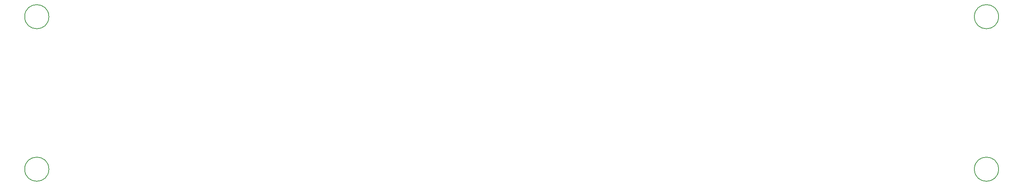
<source format=gbr>
%TF.GenerationSoftware,KiCad,Pcbnew,7.0.5-0*%
%TF.CreationDate,2024-02-04T17:42:31+01:00*%
%TF.ProjectId,Frontpanel,46726f6e-7470-4616-9e65-6c2e6b696361,rev?*%
%TF.SameCoordinates,Original*%
%TF.FileFunction,Other,Comment*%
%FSLAX46Y46*%
G04 Gerber Fmt 4.6, Leading zero omitted, Abs format (unit mm)*
G04 Created by KiCad (PCBNEW 7.0.5-0) date 2024-02-04 17:42:31*
%MOMM*%
%LPD*%
G01*
G04 APERTURE LIST*
%ADD10C,0.150000*%
G04 APERTURE END LIST*
D10*
%TO.C,H4*%
X253300000Y-110400000D02*
G75*
G03*
X253300000Y-110400000I-2800000J0D01*
G01*
%TO.C,H1*%
X33300000Y-110400000D02*
G75*
G03*
X33300000Y-110400000I-2800000J0D01*
G01*
%TO.C,H2*%
X33300000Y-75000000D02*
G75*
G03*
X33300000Y-75000000I-2800000J0D01*
G01*
%TO.C,H3*%
X253300000Y-75000000D02*
G75*
G03*
X253300000Y-75000000I-2800000J0D01*
G01*
%TD*%
M02*

</source>
